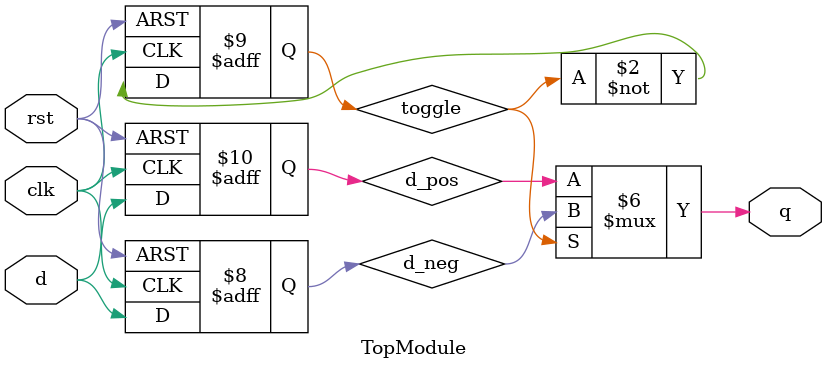
<source format=sv>
module TopModule(
    input logic clk,
    input logic rst,
    input logic d,
    output logic q
);

logic toggle;  // Toggle signal to switch between edges
logic d_pos;   // Register for posedge data capture
logic d_neg;   // Register for negedge data capture

always_ff @(posedge clk or posedge rst) begin
    if (rst) begin
        toggle <= 1'b0;
        d_pos <= 1'b0;
    end else begin
        toggle <= ~toggle;  // Toggle on every posedge
        d_pos <= d;  // Capture data on posedge
    end
end

always_ff @(negedge clk or posedge rst) begin
    if (rst) begin
        d_neg <= 1'b0;
    end else begin
        d_neg <= d;  // Capture data on negedge
    end
end

always_comb begin
    if (toggle) begin
        q = d_neg;  // Output data captured on negedge
    end else begin
        q = d_pos;  // Output data captured on posedge
    end
end

endmodule
</source>
